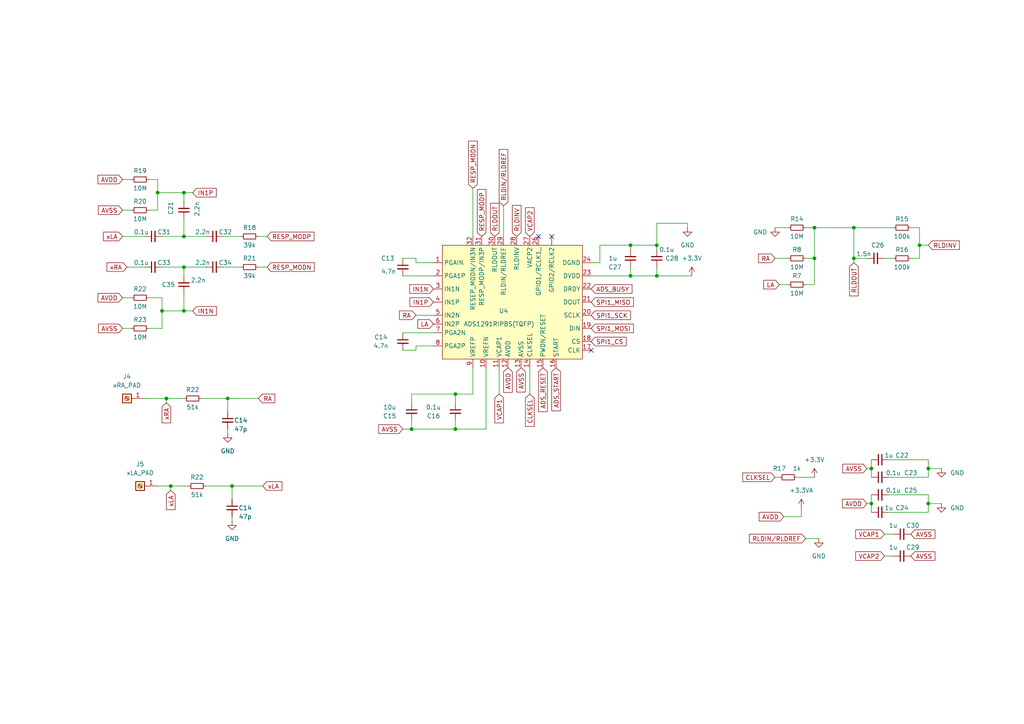
<source format=kicad_sch>
(kicad_sch (version 20230121) (generator eeschema)
  (paper "A4")
  (lib_symbols
    (symbol "Connector:Screw_Terminal_01x01" (pin_names (offset 1.016) hide)
      (property "Reference" "J" (at 0 2.54 0))
      (property "Value" "Screw_Terminal_01x01" (at 0 -2.54 0))
      (symbol "Screw_Terminal_01x01_1_1"
        (rectangle (start -1.27 1.27) (end 1.27 -1.27) (stroke (width 0.254)) (fill (type background)))
        (polyline (pts (xy -0.5334 0.3302) (xy 0.3302 -0.508)) (stroke (width 0.1524)))
        (polyline (pts (xy -0.3556 0.508) (xy 0.508 -0.3302)) (stroke (width 0.1524)))
        (circle (center 0 0) (radius 0.635) (stroke (width 0.1524)))
        (pin passive line (at -5.08 0 0) (length 3.81) (name "Pin_1") (number "1"))
      )
    )
    (symbol "Device:C_Small" (pin_numbers hide) (pin_names (offset 0.254) hide)
      (property "Reference" "C" (at 0.254 1.778 0))
      (property "Value" "C_Small" (at 0.254 -2.032 0))
      (symbol "C_Small_0_1"
        (polyline (pts (xy -1.524 -0.508) (xy 1.524 -0.508)) (stroke (width 0.3302)))
        (polyline (pts (xy -1.524 0.508) (xy 1.524 0.508)) (stroke (width 0.3048)))
      )
      (symbol "C_Small_1_1"
        (pin passive line (at 0 2.54 270) (length 2.032) (name "~") (number "1"))
        (pin passive line (at 0 -2.54 90) (length 2.032) (name "~") (number "2"))
      )
    )
    (symbol "Device:R_Small" (pin_numbers hide) (pin_names (offset 0.254) hide)
      (property "Reference" "R" (at 0.762 0.508 0))
      (property "Value" "R_Small" (at 0.762 -1.016 0))
      (symbol "R_Small_0_1"
        (rectangle (start -0.762 1.778) (end 0.762 -1.778) (stroke (width 0.2032)))
      )
      (symbol "R_Small_1_1"
        (pin passive line (at 0 2.54 270) (length 0.762) (name "~") (number "1"))
        (pin passive line (at 0 -2.54 90) (length 0.762) (name "~") (number "2"))
      )
    )
    (symbol "custom_regulator:ADS1291"
      (property "Reference" "U" (at -10.16 24.13 0))
      (property "Value" "ADS1291" (at 10.16 -34.29 0))
      (symbol "ADS1291_1_1"
        (rectangle (start -10.16 13.97) (end 30.48 -19.05) (fill (type background)))
        (pin bidirectional line (at 21.59 16.51 270) (length 2.54) (name "GPIO2/RCLK2") (number ""))
        (pin bidirectional line (at -12.7 8.89 0) (length 2.54) (name "PGAIN") (number "1"))
        (pin bidirectional line (at 2.54 -21.59 90) (length 2.54) (name "VREFN") (number "10"))
        (pin bidirectional line (at 6.35 -21.59 90) (length 2.54) (name "VCAP1") (number "11"))
        (pin bidirectional line (at 8.89 -21.59 90) (length 2.54) (name "AVDD") (number "12"))
        (pin bidirectional line (at 12.7 -21.59 90) (length 2.54) (name "AVSS") (number "13"))
        (pin bidirectional line (at 15.24 -21.59 90) (length 2.54) (name "CLKSEL") (number "14"))
        (pin bidirectional line (at 19.05 -21.59 90) (length 2.54) (name "PWDN/RESET") (number "15"))
        (pin bidirectional line (at 22.86 -21.59 90) (length 2.54) (name "START") (number "16"))
        (pin bidirectional line (at 33.02 -16.51 180) (length 2.54) (name "CLK") (number "17"))
        (pin bidirectional line (at 33.02 -13.97 180) (length 2.54) (name "CS") (number "18"))
        (pin bidirectional line (at 33.02 -10.16 180) (length 2.54) (name "DIN") (number "19"))
        (pin bidirectional line (at -12.7 5.08 0) (length 2.54) (name "PGA1P") (number "2"))
        (pin bidirectional line (at 33.02 -6.35 180) (length 2.54) (name "SCLK") (number "20"))
        (pin bidirectional line (at 33.02 -2.54 180) (length 2.54) (name "DOUT") (number "21"))
        (pin bidirectional line (at 33.02 1.27 180) (length 2.54) (name "DRDY") (number "22"))
        (pin bidirectional line (at 33.02 5.08 180) (length 2.54) (name "DVDD") (number "23"))
        (pin bidirectional line (at 33.02 8.89 180) (length 2.54) (name "DGND") (number "24"))
        (pin bidirectional line (at 17.78 16.51 270) (length 2.54) (name "GPIO1/RCLK1_") (number "26"))
        (pin bidirectional line (at 15.24 16.51 270) (length 2.54) (name "VACP2") (number "27"))
        (pin bidirectional line (at 11.43 16.51 270) (length 2.54) (name "RLDINV") (number "28"))
        (pin bidirectional line (at 7.62 16.51 270) (length 2.54) (name "RLDIN/RLDREF") (number "29"))
        (pin bidirectional line (at -12.7 1.27 0) (length 2.54) (name "IN1N") (number "3"))
        (pin bidirectional line (at 5.08 16.51 270) (length 2.54) (name "RLDOUT") (number "30"))
        (pin bidirectional line (at 1.27 16.51 270) (length 2.54) (name "RESP_MODP/IN3P") (number "31"))
        (pin bidirectional line (at -1.27 16.51 270) (length 2.54) (name "RESEP_MODN/IN3N") (number "32"))
        (pin bidirectional line (at -12.7 -2.54 0) (length 2.54) (name "IN1P") (number "4"))
        (pin bidirectional line (at -12.7 -6.35 0) (length 2.54) (name "IN2N") (number "5"))
        (pin bidirectional line (at -12.7 -8.89 0) (length 2.54) (name "IN2P") (number "6"))
        (pin bidirectional line (at -12.7 -11.43 0) (length 2.54) (name "PGA2N") (number "7"))
        (pin bidirectional line (at -12.7 -15.24 0) (length 2.54) (name "PGA2P") (number "8"))
        (pin bidirectional line (at -1.27 -21.59 90) (length 2.54) (name "VREFP") (number "9"))
      )
    )
    (symbol "power:+3.3V" (power) (pin_names (offset 0))
      (property "Value" "+3.3V" (at 0 3.556 0))
      (symbol "+3.3V_0_1"
        (polyline (pts (xy -0.762 1.27) (xy 0 2.54)))
        (polyline (pts (xy 0 0) (xy 0 2.54)))
        (polyline (pts (xy 0 2.54) (xy 0.762 1.27)))
      )
      (symbol "+3.3V_1_1"
        (pin power_in line (at 0 0 90) (length 0) hide (name "+3.3V") (number "1"))
      )
    )
    (symbol "power:+3.3VA" (power) (pin_names (offset 0))
      (property "Value" "+3.3VA" (at 0 3.556 0))
      (symbol "+3.3VA_0_1"
        (polyline (pts (xy -0.762 1.27) (xy 0 2.54)))
        (polyline (pts (xy 0 0) (xy 0 2.54)))
        (polyline (pts (xy 0 2.54) (xy 0.762 1.27)))
      )
      (symbol "+3.3VA_1_1"
        (pin power_in line (at 0 0 90) (length 0) hide (name "+3.3VA") (number "1"))
      )
    )
    (symbol "power:GND" (power) (pin_names (offset 0))
      (property "Value" "GND" (at 0 -3.81 0))
      (symbol "GND_0_1"
        (polyline (pts (xy 0 0) (xy 0 -1.27) (xy 1.27 -1.27) (xy 0 -2.54) (xy -1.27 -1.27) (xy 0 -1.27)))
      )
      (symbol "GND_1_1"
        (pin power_in line (at 0 0 270) (length 0) hide (name "GND") (number "1"))
      )
    )
  )
  (junction (at 67.31 140.97))
  (junction (at 247.65 74.93))
  (junction (at 53.34 77.47))
  (junction (at 53.34 90.17))
  (junction (at 269.24 146.05))
  (junction (at 236.22 74.93))
  (junction (at 182.88 80.01))
  (junction (at 45.72 55.88))
  (junction (at 48.26 115.57))
  (junction (at 132.08 114.3))
  (junction (at 190.5 71.12))
  (junction (at 53.34 68.58))
  (junction (at 252.73 146.05))
  (junction (at 49.53 140.97))
  (junction (at 190.5 80.01))
  (junction (at 247.65 66.04))
  (junction (at 119.38 124.46))
  (junction (at 66.04 115.57))
  (junction (at 236.22 66.04))
  (junction (at 132.08 124.46))
  (junction (at 53.34 55.88))
  (junction (at 46.99 90.17))
  (junction (at 269.24 135.89))
  (junction (at 266.7 71.12))
  (junction (at 182.88 71.12))
  (junction (at 252.73 135.89))
  (no_connect (at 171.45 101.6))
  (no_connect (at 160.02 68.58))
  (no_connect (at 156.21 68.58))
  (wire (pts (xy 171.45 76.2) (xy 173.99 76.2)))
  (wire (pts (xy 251.46 135.89) (xy 252.73 135.89)))
  (wire (pts (xy 190.5 80.01) (xy 200.66 80.01)))
  (wire (pts (xy 49.53 140.97) (xy 54.61 140.97)))
  (wire (pts (xy 190.5 80.01) (xy 190.5 77.47)))
  (wire (pts (xy 46.99 95.25) (xy 43.18 95.25)))
  (wire (pts (xy 120.65 74.93) (xy 116.84 74.93)))
  (wire (pts (xy 67.31 140.97) (xy 67.31 144.78)))
  (wire (pts (xy 256.54 74.93) (xy 259.08 74.93)))
  (wire (pts (xy 53.34 63.5) (xy 53.34 68.58)))
  (wire (pts (xy 67.31 140.97) (xy 76.2 140.97)))
  (wire (pts (xy 269.24 148.59) (xy 257.81 148.59)))
  (wire (pts (xy 269.24 146.05) (xy 269.24 148.59)))
  (wire (pts (xy 146.05 59.69) (xy 146.05 68.58)))
  (wire (pts (xy 35.56 68.58) (xy 41.91 68.58)))
  (wire (pts (xy 232.41 149.86) (xy 232.41 147.32)))
  (wire (pts (xy 247.65 74.93) (xy 247.65 76.2)))
  (wire (pts (xy 231.14 138.43) (xy 236.22 138.43)))
  (wire (pts (xy 137.16 114.3) (xy 132.08 114.3)))
  (wire (pts (xy 43.18 86.36) (xy 46.99 86.36)))
  (wire (pts (xy 125.73 76.2) (xy 120.65 76.2)))
  (wire (pts (xy 224.79 138.43) (xy 226.06 138.43)))
  (wire (pts (xy 266.7 66.04) (xy 266.7 71.12)))
  (wire (pts (xy 226.06 82.55) (xy 228.6 82.55)))
  (wire (pts (xy 116.84 124.46) (xy 119.38 124.46)))
  (wire (pts (xy 224.79 74.93) (xy 228.6 74.93)))
  (wire (pts (xy 171.45 80.01) (xy 182.88 80.01)))
  (wire (pts (xy 53.34 85.09) (xy 53.34 90.17)))
  (wire (pts (xy 269.24 146.05) (xy 273.05 146.05)))
  (wire (pts (xy 236.22 82.55) (xy 236.22 74.93)))
  (wire (pts (xy 120.65 101.6) (xy 116.84 101.6)))
  (wire (pts (xy 53.34 68.58) (xy 59.69 68.58)))
  (wire (pts (xy 66.04 115.57) (xy 66.04 119.38)))
  (wire (pts (xy 233.68 74.93) (xy 236.22 74.93)))
  (wire (pts (xy 45.72 52.07) (xy 45.72 55.88)))
  (wire (pts (xy 236.22 66.04) (xy 247.65 66.04)))
  (wire (pts (xy 190.5 71.12) (xy 190.5 72.39)))
  (wire (pts (xy 252.73 133.35) (xy 252.73 135.89)))
  (wire (pts (xy 140.97 124.46) (xy 140.97 106.68)))
  (wire (pts (xy 252.73 143.51) (xy 252.73 146.05)))
  (wire (pts (xy 153.67 106.68) (xy 153.67 114.3)))
  (wire (pts (xy 64.77 68.58) (xy 69.85 68.58)))
  (wire (pts (xy 116.84 96.52) (xy 125.73 96.52)))
  (wire (pts (xy 252.73 146.05) (xy 252.73 148.59)))
  (wire (pts (xy 125.73 100.33) (xy 120.65 100.33)))
  (wire (pts (xy 74.93 68.58) (xy 77.47 68.58)))
  (wire (pts (xy 190.5 71.12) (xy 190.5 64.77)))
  (wire (pts (xy 49.53 140.97) (xy 49.53 142.24)))
  (wire (pts (xy 116.84 80.01) (xy 125.73 80.01)))
  (wire (pts (xy 233.68 82.55) (xy 236.22 82.55)))
  (wire (pts (xy 35.56 95.25) (xy 38.1 95.25)))
  (wire (pts (xy 48.26 115.57) (xy 48.26 116.84)))
  (wire (pts (xy 66.04 115.57) (xy 74.93 115.57)))
  (wire (pts (xy 137.16 106.68) (xy 137.16 114.3)))
  (wire (pts (xy 64.77 77.47) (xy 69.85 77.47)))
  (wire (pts (xy 53.34 55.88) (xy 53.34 58.42)))
  (wire (pts (xy 256.54 161.29) (xy 259.08 161.29)))
  (wire (pts (xy 35.56 60.96) (xy 38.1 60.96)))
  (wire (pts (xy 53.34 55.88) (xy 55.88 55.88)))
  (wire (pts (xy 74.93 77.47) (xy 77.47 77.47)))
  (wire (pts (xy 269.24 135.89) (xy 269.24 138.43)))
  (wire (pts (xy 36.83 77.47) (xy 41.91 77.47)))
  (wire (pts (xy 132.08 114.3) (xy 119.38 114.3)))
  (wire (pts (xy 46.99 68.58) (xy 53.34 68.58)))
  (wire (pts (xy 53.34 90.17) (xy 55.88 90.17)))
  (wire (pts (xy 236.22 66.04) (xy 233.68 66.04)))
  (wire (pts (xy 182.88 77.47) (xy 182.88 80.01)))
  (wire (pts (xy 256.54 154.94) (xy 259.08 154.94)))
  (wire (pts (xy 199.39 64.77) (xy 199.39 66.04)))
  (wire (pts (xy 257.81 143.51) (xy 269.24 143.51)))
  (wire (pts (xy 269.24 138.43) (xy 257.81 138.43)))
  (wire (pts (xy 247.65 66.04) (xy 259.08 66.04)))
  (wire (pts (xy 132.08 121.92) (xy 132.08 124.46)))
  (wire (pts (xy 269.24 143.51) (xy 269.24 146.05)))
  (wire (pts (xy 132.08 114.3) (xy 132.08 116.84)))
  (wire (pts (xy 227.33 149.86) (xy 232.41 149.86)))
  (wire (pts (xy 264.16 66.04) (xy 266.7 66.04)))
  (wire (pts (xy 144.78 106.68) (xy 144.78 114.3)))
  (wire (pts (xy 266.7 74.93) (xy 264.16 74.93)))
  (wire (pts (xy 59.69 140.97) (xy 67.31 140.97)))
  (wire (pts (xy 119.38 121.92) (xy 119.38 124.46)))
  (wire (pts (xy 266.7 71.12) (xy 266.7 74.93)))
  (wire (pts (xy 45.72 55.88) (xy 53.34 55.88)))
  (wire (pts (xy 182.88 80.01) (xy 190.5 80.01)))
  (wire (pts (xy 190.5 64.77) (xy 199.39 64.77)))
  (wire (pts (xy 132.08 124.46) (xy 140.97 124.46)))
  (wire (pts (xy 120.65 91.44) (xy 125.73 91.44)))
  (wire (pts (xy 45.72 60.96) (xy 43.18 60.96)))
  (wire (pts (xy 46.99 77.47) (xy 53.34 77.47)))
  (wire (pts (xy 46.99 90.17) (xy 46.99 95.25)))
  (wire (pts (xy 53.34 77.47) (xy 53.34 80.01)))
  (wire (pts (xy 58.42 115.57) (xy 66.04 115.57)))
  (wire (pts (xy 43.18 52.07) (xy 45.72 52.07)))
  (wire (pts (xy 53.34 77.47) (xy 59.69 77.47)))
  (wire (pts (xy 45.72 55.88) (xy 45.72 60.96)))
  (wire (pts (xy 35.56 86.36) (xy 38.1 86.36)))
  (wire (pts (xy 173.99 71.12) (xy 182.88 71.12)))
  (wire (pts (xy 251.46 146.05) (xy 252.73 146.05)))
  (wire (pts (xy 247.65 74.93) (xy 251.46 74.93)))
  (wire (pts (xy 257.81 133.35) (xy 269.24 133.35)))
  (wire (pts (xy 252.73 135.89) (xy 252.73 138.43)))
  (wire (pts (xy 46.99 86.36) (xy 46.99 90.17)))
  (wire (pts (xy 182.88 72.39) (xy 182.88 71.12)))
  (wire (pts (xy 224.79 66.04) (xy 228.6 66.04)))
  (wire (pts (xy 67.31 149.86) (xy 67.31 151.13)))
  (wire (pts (xy 120.65 100.33) (xy 120.65 101.6)))
  (wire (pts (xy 119.38 114.3) (xy 119.38 116.84)))
  (wire (pts (xy 120.65 76.2) (xy 120.65 74.93)))
  (wire (pts (xy 269.24 135.89) (xy 273.05 135.89)))
  (wire (pts (xy 173.99 76.2) (xy 173.99 71.12)))
  (wire (pts (xy 236.22 74.93) (xy 236.22 66.04)))
  (wire (pts (xy 266.7 71.12) (xy 269.24 71.12)))
  (wire (pts (xy 45.72 140.97) (xy 49.53 140.97)))
  (wire (pts (xy 66.04 124.46) (xy 66.04 125.73)))
  (wire (pts (xy 35.56 52.07) (xy 38.1 52.07)))
  (wire (pts (xy 53.34 90.17) (xy 46.99 90.17)))
  (wire (pts (xy 182.88 71.12) (xy 190.5 71.12)))
  (wire (pts (xy 119.38 124.46) (xy 132.08 124.46)))
  (wire (pts (xy 233.68 156.21) (xy 237.49 156.21)))
  (wire (pts (xy 269.24 133.35) (xy 269.24 135.89)))
  (wire (pts (xy 53.34 115.57) (xy 48.26 115.57)))
  (wire (pts (xy 137.16 54.61) (xy 137.16 68.58)))
  (wire (pts (xy 41.91 115.57) (xy 48.26 115.57)))
  (wire (pts (xy 247.65 74.93) (xy 247.65 66.04)))
  (global_label "xLA" (shape input) (at 76.2 140.97 0) (property "Intersheetrefs" "${INTERSHEET_REFS}" (effects hide)))
  (global_label "VCAP1" (shape input) (at 256.54 154.94 180) (property "Intersheetrefs" "${INTERSHEET_REFS}" (effects hide)))
  (global_label "RESP_MODP" (shape input) (at 139.7 68.58 90) (property "Intersheetrefs" "${INTERSHEET_REFS}" (effects hide)))
  (global_label "CLKSEL" (shape input) (at 153.67 114.3 270) (property "Intersheetrefs" "${INTERSHEET_REFS}" (effects hide)))
  (global_label "AVDD" (shape input) (at 251.46 146.05 180) (property "Intersheetrefs" "${INTERSHEET_REFS}" (effects hide)))
  (global_label "SPI1_SCK" (shape input) (at 171.45 91.44 0) (property "Intersheetrefs" "${INTERSHEET_REFS}" (effects hide)))
  (global_label "RESP_MODN" (shape input) (at 77.47 77.47 0) (property "Intersheetrefs" "${INTERSHEET_REFS}" (effects hide)))
  (global_label "RLDINV" (shape input) (at 269.24 71.12 0) (property "Intersheetrefs" "${INTERSHEET_REFS}" (effects hide)))
  (global_label "AVDD" (shape input) (at 227.33 149.86 180) (property "Intersheetrefs" "${INTERSHEET_REFS}" (effects hide)))
  (global_label "AVDD" (shape input) (at 35.56 86.36 180) (property "Intersheetrefs" "${INTERSHEET_REFS}" (effects hide)))
  (global_label "AVSS" (shape input) (at 251.46 135.89 180) (property "Intersheetrefs" "${INTERSHEET_REFS}" (effects hide)))
  (global_label "AVSS" (shape input) (at 35.56 95.25 180) (property "Intersheetrefs" "${INTERSHEET_REFS}" (effects hide)))
  (global_label "AVSS" (shape input) (at 264.16 154.94 0) (property "Intersheetrefs" "${INTERSHEET_REFS}" (effects hide)))
  (global_label "AVSS" (shape input) (at 264.16 161.29 0) (property "Intersheetrefs" "${INTERSHEET_REFS}" (effects hide)))
  (global_label "RA" (shape input) (at 74.93 115.57 0) (property "Intersheetrefs" "${INTERSHEET_REFS}" (effects hide)))
  (global_label "RLDIN{slash}RLDREF" (shape input) (at 146.05 59.69 90) (property "Intersheetrefs" "${INTERSHEET_REFS}" (effects hide)))
  (global_label "RESP_MODN" (shape input) (at 137.16 54.61 90) (property "Intersheetrefs" "${INTERSHEET_REFS}" (effects hide)))
  (global_label "IN1N" (shape input) (at 125.73 83.82 180) (property "Intersheetrefs" "${INTERSHEET_REFS}" (effects hide)))
  (global_label "IN1P" (shape input) (at 125.73 87.63 180) (property "Intersheetrefs" "${INTERSHEET_REFS}" (effects hide)))
  (global_label "IN1N" (shape input) (at 55.88 90.17 0) (property "Intersheetrefs" "${INTERSHEET_REFS}" (effects hide)))
  (global_label "xLA" (shape input) (at 35.56 68.58 180) (property "Intersheetrefs" "${INTERSHEET_REFS}" (effects hide)))
  (global_label "RA" (shape input) (at 120.65 91.44 180) (property "Intersheetrefs" "${INTERSHEET_REFS}" (effects hide)))
  (global_label "AVSS" (shape input) (at 151.13 106.68 270) (property "Intersheetrefs" "${INTERSHEET_REFS}" (effects hide)))
  (global_label "SPI1_MISO" (shape input) (at 171.45 87.63 0) (property "Intersheetrefs" "${INTERSHEET_REFS}" (effects hide)))
  (global_label "ADS_BUSY" (shape input) (at 171.45 83.82 0) (property "Intersheetrefs" "${INTERSHEET_REFS}" (effects hide)))
  (global_label "RLDOUT" (shape input) (at 143.51 68.58 90) (property "Intersheetrefs" "${INTERSHEET_REFS}" (effects hide)))
  (global_label "SPI1_MOSI" (shape input) (at 171.45 95.25 0) (property "Intersheetrefs" "${INTERSHEET_REFS}" (effects hide)))
  (global_label "xLA" (shape input) (at 49.53 142.24 270) (property "Intersheetrefs" "${INTERSHEET_REFS}" (effects hide)))
  (global_label "VCAP1" (shape input) (at 144.78 114.3 270) (property "Intersheetrefs" "${INTERSHEET_REFS}" (effects hide)))
  (global_label "VCAP2" (shape input) (at 256.54 161.29 180) (property "Intersheetrefs" "${INTERSHEET_REFS}" (effects hide)))
  (global_label "xRA" (shape input) (at 48.26 116.84 270) (property "Intersheetrefs" "${INTERSHEET_REFS}" (effects hide)))
  (global_label "VCAP2" (shape input) (at 153.67 68.58 90) (property "Intersheetrefs" "${INTERSHEET_REFS}" (effects hide)))
  (global_label "AVDD" (shape input) (at 35.56 52.07 180) (property "Intersheetrefs" "${INTERSHEET_REFS}" (effects hide)))
  (global_label "RLDOUT" (shape input) (at 247.65 76.2 270) (property "Intersheetrefs" "${INTERSHEET_REFS}" (effects hide)))
  (global_label "SPI1_CS" (shape input) (at 171.45 99.06 0) (property "Intersheetrefs" "${INTERSHEET_REFS}" (effects hide)))
  (global_label "AVSS" (shape input) (at 116.84 124.46 180) (property "Intersheetrefs" "${INTERSHEET_REFS}" (effects hide)))
  (global_label "RLDINV" (shape input) (at 149.86 68.58 90) (property "Intersheetrefs" "${INTERSHEET_REFS}" (effects hide)))
  (global_label "ADS_RESET" (shape input) (at 157.48 106.68 270) (property "Intersheetrefs" "${INTERSHEET_REFS}" (effects hide)))
  (global_label "RLDIN{slash}RLDREF" (shape input) (at 233.68 156.21 180) (property "Intersheetrefs" "${INTERSHEET_REFS}" (effects hide)))
  (global_label "CLKSEL" (shape input) (at 224.79 138.43 180) (property "Intersheetrefs" "${INTERSHEET_REFS}" (effects hide)))
  (global_label "RESP_MODP" (shape input) (at 77.47 68.58 0) (property "Intersheetrefs" "${INTERSHEET_REFS}" (effects hide)))
  (global_label "LA" (shape input) (at 226.06 82.55 180) (property "Intersheetrefs" "${INTERSHEET_REFS}" (effects hide)))
  (global_label "xRA" (shape input) (at 36.83 77.47 180) (property "Intersheetrefs" "${INTERSHEET_REFS}" (effects hide)))
  (global_label "AVSS" (shape input) (at 35.56 60.96 180) (property "Intersheetrefs" "${INTERSHEET_REFS}" (effects hide)))
  (global_label "LA" (shape input) (at 125.73 93.98 180) (property "Intersheetrefs" "${INTERSHEET_REFS}" (effects hide)))
  (global_label "IN1P" (shape input) (at 55.88 55.88 0) (property "Intersheetrefs" "${INTERSHEET_REFS}" (effects hide)))
  (global_label "RA" (shape input) (at 224.79 74.93 180) (property "Intersheetrefs" "${INTERSHEET_REFS}" (effects hide)))
  (global_label "ADS_START" (shape input) (at 161.29 106.68 270) (property "Intersheetrefs" "${INTERSHEET_REFS}" (effects hide)))
  (global_label "AVDD" (shape input) (at 147.32 106.68 270) (property "Intersheetrefs" "${INTERSHEET_REFS}" (effects hide)))
  (symbol (lib_id "power:GND") (at 273.05 135.89 0) (unit 1)
    (property "Reference" "#PWR039" (effects hide))
    (property "Value" "GND" (at 275.59 137.16 0) (effects (justify left)))
  )
  (symbol (lib_id "Device:C_Small") (at 254 74.93 90) (unit 1)
    (property "Reference" "C26" (at 256.54 71.12 90) (effects (justify left)))
    (property "Value" "1.5n" (at 252.73 73.66 90) (effects (justify left)))
  )
  (symbol (lib_id "Connector:Screw_Terminal_01x01") (at 40.64 140.97 180) (unit 1)
    (property "Reference" "J5" (at 40.64 134.62 0))
    (property "Value" "xLA_PAD" (at 40.64 137.16 0))
  )
  (symbol (lib_id "Connector:Screw_Terminal_01x01") (at 36.83 115.57 180) (unit 1)
    (property "Reference" "J4" (at 36.83 109.22 0))
    (property "Value" "xRA_PAD" (at 36.83 111.76 0))
  )
  (symbol (lib_id "power:+3.3VA") (at 232.41 147.32 0) (unit 1)
    (property "Reference" "#PWR03" (effects hide))
    (property "Value" "+3.3VA" (at 232.41 142.24 0))
    (instances (project "skna_project" (path "" (reference "#PWR03") (unit 1)) (path "" (reference "#PWR063") (unit 1))))
  )
  (symbol (lib_id "Device:C_Small") (at 261.62 154.94 90) (unit 1)
    (property "Reference" "C30" (at 266.7 152.4 90) (effects (justify left)))
    (property "Value" "1u" (at 260.35 152.4 90) (effects (justify left)))
  )
  (symbol (lib_id "Device:R_Small") (at 261.62 66.04 270) (unit 1)
    (property "Reference" "R15" (at 261.62 63.5 90))
    (property "Value" "100k" (at 261.62 68.58 90))
  )
  (symbol (lib_id "Device:R_Small") (at 72.39 68.58 270) (unit 1)
    (property "Reference" "R18" (at 72.39 66.04 90))
    (property "Value" "39k" (at 72.39 71.12 90))
    (instances (project "skna_project" (path "" (reference "R18") (unit 1)) (path "" (reference "R22") (unit 1))))
  )
  (symbol (lib_id "Device:R_Small") (at 261.62 74.93 270) (unit 1)
    (property "Reference" "R16" (at 261.62 72.39 90))
    (property "Value" "100k" (at 261.62 77.47 90))
  )
  (symbol (lib_id "Device:C_Small") (at 190.5 74.93 180) (unit 1)
    (property "Reference" "C28" (at 196.85 74.93 0) (effects (justify left)))
    (property "Value" "0.1u" (at 195.58 72.39 0) (effects (justify left)))
  )
  (symbol (lib_id "power:GND") (at 237.49 156.21 0) (unit 1)
    (property "Reference" "#PWR044" (effects hide))
    (property "Value" "GND" (at 237.49 161.29 0))
  )
  (symbol (lib_id "Device:C_Small") (at 255.27 138.43 90) (unit 1)
    (property "Reference" "C23" (at 264.16 137.16 90))
    (property "Value" "0.1u" (at 259.08 137.16 90))
  )
  (symbol (lib_id "Device:R_Small") (at 40.64 60.96 270) (unit 1)
    (property "Reference" "R20" (at 40.64 58.42 90))
    (property "Value" "10M" (at 40.64 63.5 90))
    (instances (project "skna_project" (path "" (reference "R20") (unit 1)) (path "" (reference "R19") (unit 1))))
  )
  (symbol (lib_id "Device:C_Small") (at 119.38 119.38 0) (unit 1)
    (property "Reference" "C15" (at 113.03 120.65 0))
    (property "Value" "10u" (at 113.03 118.11 0))
  )
  (symbol (lib_id "Device:C_Small") (at 255.27 148.59 90) (unit 1)
    (property "Reference" "C24" (at 261.62 147.32 90))
    (property "Value" "1u" (at 257.81 147.32 90))
    (instances (project "skna_project" (path "" (reference "C24") (unit 1)) (path "" (reference "C25") (unit 1))))
  )
  (symbol (lib_id "power:GND") (at 224.79 66.04 0) (unit 1)
    (property "Reference" "#PWR042" (effects hide))
    (property "Value" "GND" (at 218.44 67.31 0) (effects (justify left)))
  )
  (symbol (lib_id "Device:C_Small") (at 53.34 60.96 180) (unit 1)
    (property "Reference" "C21" (at 49.53 58.42 90) (effects (justify left)))
    (property "Value" "2.2n" (at 57.15 58.42 90) (effects (justify left)))
    (instances (project "skna_project" (path "" (reference "C21") (unit 1)) (path "" (reference "C32") (unit 1))))
  )
  (symbol (lib_id "power:+3.3V") (at 200.66 80.01 0) (unit 1)
    (property "Reference" "#PWR041" (effects hide))
    (property "Value" "+3.3V" (at 200.66 74.93 0))
    (instances (project "skna_project" (path "" (reference "#PWR041") (unit 1)) (path "" (reference "#PWR043") (unit 1))))
  )
  (symbol (lib_id "power:GND") (at 67.31 151.13 0) (unit 1)
    (property "Reference" "#PWR044" (effects hide))
    (property "Value" "GND" (at 67.31 156.21 0))
    (instances (project "skna_project" (path "" (reference "#PWR044") (unit 1)) (path "" (reference "#PWR062") (unit 1))))
  )
  (symbol (lib_id "Device:C_Small") (at 116.84 99.06 0) (unit 1)
    (property "Reference" "C14" (at 110.49 97.79 0))
    (property "Value" "4.7n" (at 110.49 100.33 0))
  )
  (symbol (lib_id "Device:R_Small") (at 231.14 82.55 270) (unit 1)
    (property "Reference" "R7" (at 231.14 80.01 90))
    (property "Value" "10M" (at 231.14 85.09 90))
    (instances (project "skna_project" (path "" (reference "R7") (unit 1)) (path "" (reference "R14") (unit 1))))
  )
  (symbol (lib_id "Device:C_Small") (at 67.31 147.32 0) (unit 1)
    (property "Reference" "C14" (at 71.12 147.32 0))
    (property "Value" "47p" (at 71.12 149.86 0))
    (instances (project "skna_project" (path "" (reference "C14") (unit 1)) (path "" (reference "C43") (unit 1))))
  )
  (symbol (lib_id "Device:R_Small") (at 40.64 52.07 270) (unit 1)
    (property "Reference" "R19" (at 40.64 49.53 90))
    (property "Value" "10M" (at 40.64 54.61 90))
    (instances (project "skna_project" (path "" (reference "R19") (unit 1)) (path "" (reference "R18") (unit 1))))
  )
  (symbol (lib_id "Device:C_Small") (at 116.84 77.47 0) (unit 1)
    (property "Reference" "C13" (at 110.49 74.93 0) (effects (justify left)))
    (property "Value" "4.7n" (at 110.49 78.74 0) (effects (justify left)))
  )
  (symbol (lib_id "Device:C_Small") (at 53.34 82.55 180) (unit 1)
    (property "Reference" "C35" (at 50.8 82.55 0) (effects (justify left)))
    (property "Value" "2.2n" (at 59.69 81.28 0) (effects (justify left)))
    (instances (project "skna_project" (path "" (reference "C35") (unit 1)) (path "" (reference "C33") (unit 1))))
  )
  (symbol (lib_id "power:GND") (at 199.39 66.04 0) (unit 1)
    (property "Reference" "#PWR043" (effects hide))
    (property "Value" "GND" (at 199.39 71.12 0))
    (instances (project "skna_project" (path "" (reference "#PWR043") (unit 1)) (path "" (reference "#PWR041") (unit 1))))
  )
  (symbol (lib_id "Device:R_Small") (at 228.6 138.43 270) (unit 1)
    (property "Reference" "R17" (at 226.06 135.89 90))
    (property "Value" "1k" (at 231.14 135.89 90))
    (instances (project "skna_project" (path "" (reference "R17") (unit 1)) (path "" (reference "R24") (unit 1))))
  )
  (symbol (lib_id "custom_regulator:ADS1291") (at 138.43 85.09 0) (unit 1)
    (property "Reference" "U4" (at 146.05 90.17 0))
    (property "Value" "ADS1291RIPBS(TQFP)" (at 144.78 93.98 0))
    (property "Footprint" "custom_components:ADS1291" (effects hide))
  )
  (symbol (lib_id "Device:R_Small") (at 55.88 115.57 270) (unit 1)
    (property "Reference" "R22" (at 55.88 113.03 90))
    (property "Value" "51k" (at 55.88 118.11 90))
    (instances (project "skna_project" (path "" (reference "R22") (unit 1)) (path "" (reference "R37") (unit 1))))
  )
  (symbol (lib_id "Device:C_Small") (at 132.08 119.38 0) (unit 1)
    (property "Reference" "C16" (at 125.73 120.65 0))
    (property "Value" "0.1u" (at 125.73 118.11 0))
  )
  (symbol (lib_id "Device:C_Small") (at 62.23 68.58 90) (unit 1)
    (property "Reference" "C32" (at 67.31 67.31 90) (effects (justify left)))
    (property "Value" "2.2n" (at 60.96 67.31 90) (effects (justify left)))
    (instances (project "skna_project" (path "" (reference "C32") (unit 1)) (path "" (reference "C34") (unit 1))))
  )
  (symbol (lib_id "Device:C_Small") (at 44.45 68.58 90) (unit 1)
    (property "Reference" "C31" (at 49.53 67.31 90) (effects (justify left)))
    (property "Value" "0.1u" (at 43.18 67.31 90) (effects (justify left)))
    (instances (project "skna_project" (path "" (reference "C31") (unit 1)) (path "" (reference "C21") (unit 1))))
  )
  (symbol (lib_id "Device:R_Small") (at 72.39 77.47 270) (unit 1)
    (property "Reference" "R21" (at 72.39 74.93 90))
    (property "Value" "39k" (at 72.39 80.01 90))
    (instances (project "skna_project" (path "" (reference "R21") (unit 1)) (path "" (reference "R23") (unit 1))))
  )
  (symbol (lib_id "Device:C_Small") (at 261.62 161.29 90) (unit 1)
    (property "Reference" "C29" (at 266.7 158.75 90) (effects (justify left)))
    (property "Value" "1u" (at 260.35 158.75 90) (effects (justify left)))
  )
  (symbol (lib_id "Device:R_Small") (at 40.64 86.36 270) (unit 1)
    (property "Reference" "R22" (at 40.64 83.82 90))
    (property "Value" "10M" (at 40.64 88.9 90))
    (instances (project "skna_project" (path "" (reference "R22") (unit 1)) (path "" (reference "R20") (unit 1))))
  )
  (symbol (lib_id "Device:C_Small") (at 255.27 143.51 90) (unit 1)
    (property "Reference" "C25" (at 264.16 142.24 90))
    (property "Value" "0.1u" (at 259.08 142.24 90))
    (instances (project "skna_project" (path "" (reference "C25") (unit 1)) (path "" (reference "C24") (unit 1))))
  )
  (symbol (lib_id "power:GND") (at 66.04 125.73 0) (unit 1)
    (property "Reference" "#PWR044" (effects hide))
    (property "Value" "GND" (at 66.04 130.81 0))
    (instances (project "skna_project" (path "" (reference "#PWR044") (unit 1)) (path "" (reference "#PWR061") (unit 1))))
  )
  (symbol (lib_id "Device:C_Small") (at 255.27 133.35 270) (unit 1)
    (property "Reference" "C22" (at 261.62 132.08 90))
    (property "Value" "1u" (at 257.81 132.08 90))
  )
  (symbol (lib_id "Device:C_Small") (at 182.88 74.93 180) (unit 1)
    (property "Reference" "C27" (at 180.34 77.47 0) (effects (justify left)))
    (property "Value" "1u" (at 179.07 74.93 0) (effects (justify left)))
  )
  (symbol (lib_id "Device:R_Small") (at 231.14 66.04 270) (unit 1)
    (property "Reference" "R14" (at 231.14 63.5 90))
    (property "Value" "10M" (at 231.14 68.58 90))
    (instances (project "skna_project" (path "" (reference "R14") (unit 1)) (path "" (reference "R7") (unit 1))))
  )
  (symbol (lib_id "power:GND") (at 273.05 146.05 0) (unit 1)
    (property "Reference" "#PWR040" (effects hide))
    (property "Value" "GND" (at 275.59 147.32 0) (effects (justify left)))
  )
  (symbol (lib_id "Device:R_Small") (at 40.64 95.25 270) (unit 1)
    (property "Reference" "R23" (at 40.64 92.71 90))
    (property "Value" "10M" (at 40.64 97.79 90))
    (instances (project "skna_project" (path "" (reference "R23") (unit 1)) (path "" (reference "R21") (unit 1))))
  )
  (symbol (lib_id "Device:R_Small") (at 231.14 74.93 270) (unit 1)
    (property "Reference" "R8" (at 231.14 72.39 90))
    (property "Value" "10M" (at 231.14 77.47 90))
  )
  (symbol (lib_id "Device:C_Small") (at 66.04 121.92 0) (unit 1)
    (property "Reference" "C14" (at 69.85 121.92 0))
    (property "Value" "47p" (at 69.85 124.46 0))
    (instances (project "skna_project" (path "" (reference "C14") (unit 1)) (path "" (reference "C42") (unit 1))))
  )
  (symbol (lib_id "power:+3.3V") (at 236.22 138.43 0) (unit 1)
    (property "Reference" "#PWR045" (effects hide))
    (property "Value" "+3.3V" (at 236.22 133.35 0))
    (instances (project "skna_project" (path "" (reference "#PWR045") (unit 1)) (path "" (reference "#PWR046") (unit 1))))
  )
  (symbol (lib_id "Device:C_Small") (at 62.23 77.47 90) (unit 1)
    (property "Reference" "C34" (at 67.31 76.2 90) (effects (justify left)))
    (property "Value" "2.2n" (at 60.96 76.2 90) (effects (justify left)))
    (instances (project "skna_project" (path "" (reference "C34") (unit 1)) (path "" (reference "C35") (unit 1))))
  )
  (symbol (lib_id "Device:R_Small") (at 57.15 140.97 270) (unit 1)
    (property "Reference" "R22" (at 57.15 138.43 90))
    (property "Value" "51k" (at 57.15 143.51 90))
    (instances (project "skna_project" (path "" (reference "R22") (unit 1)) (path "" (reference "R38") (unit 1))))
  )
  (symbol (lib_id "Device:C_Small") (at 44.45 77.47 90) (unit 1)
    (property "Reference" "C33" (at 49.53 76.2 90) (effects (justify left)))
    (property "Value" "0.1u" (at 43.18 76.2 90) (effects (justify left)))
    (instances (project "skna_project" (path "" (reference "C33") (unit 1)) (path "" (reference "C31") (unit 1))))
  )
)
</source>
